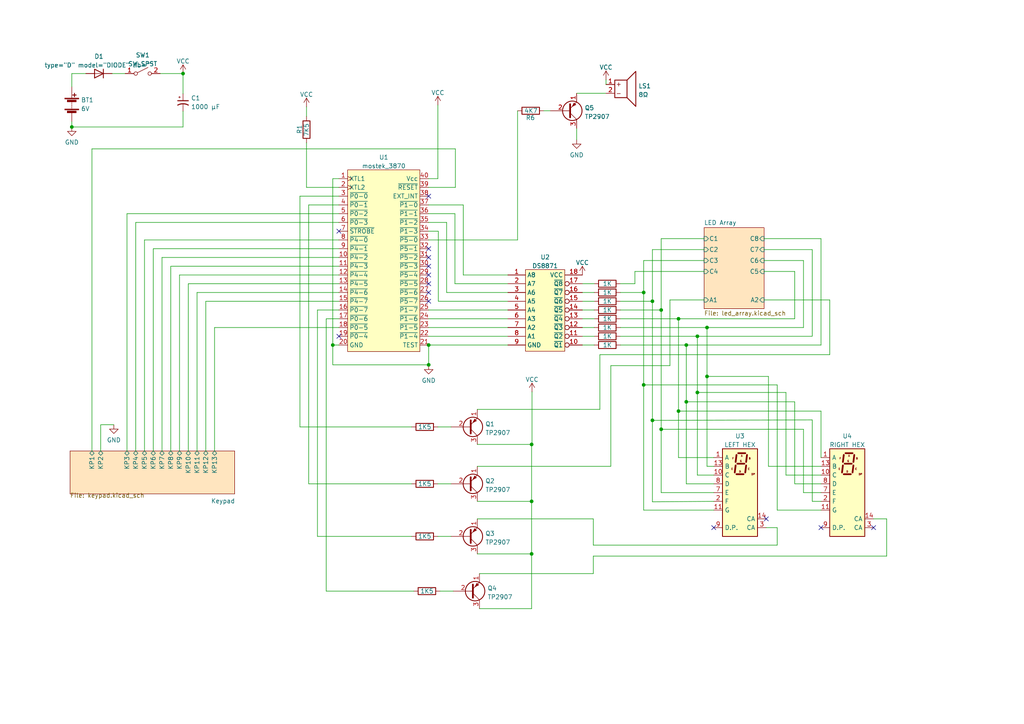
<source format=kicad_sch>
(kicad_sch (version 20211123) (generator eeschema)
  (paper "A4")
  (title_block (title "T.E.A.M.M.A.T.E. Game Computer"))
  (lib_symbols
    (symbol "Device:Battery" (pin_numbers hide) (pin_names (offset 0) hide)
      (property "Reference" "BT" (at 2.54 2.54 0))
      (property "Value" "Battery" (at 2.54 0 0))
      (symbol "Battery_0_1"
        (rectangle (start -2.032 -1.397) (end 2.032 -1.651) (fill (type outline)))
        (rectangle (start -2.032 1.778) (end 2.032 1.524) (fill (type outline)))
        (rectangle (start -1.3208 -1.9812) (end 1.27 -2.4892) (fill (type outline)))
        (rectangle (start -1.3208 1.1938) (end 1.27 0.6858) (fill (type outline)))
        (polyline (pts (xy 0 -1.524) (xy 0 -1.27)))
        (polyline (pts (xy 0 -1.016) (xy 0 -0.762)))
        (polyline (pts (xy 0 -0.508) (xy 0 -0.254)))
        (polyline (pts (xy 0 0) (xy 0 0.254)))
        (polyline (pts (xy 0 0.508) (xy 0 0.762)))
        (polyline (pts (xy 0 1.778) (xy 0 2.54)))
        (polyline (pts (xy 0.254 2.667) (xy 1.27 2.667)) (stroke (width 0.254)))
        (polyline (pts (xy 0.762 3.175) (xy 0.762 2.159)) (stroke (width 0.254)))
      )
      (symbol "Battery_1_1"
        (pin passive line (at 0 5.08 270) (length 2.54) (name "+") (number "1"))
        (pin passive line (at 0 -5.08 90) (length 2.54) (name "-") (number "2"))
      )
    )
    (symbol "Device:C_Polarized_Small_US" (pin_numbers hide) (pin_names (offset 0.254) hide)
      (property "Reference" "C" (at 0.254 1.778 0))
      (property "Value" "C_Polarized_Small_US" (at 0.254 -2.032 0))
      (symbol "C_Polarized_Small_US_0_1"
        (polyline (pts (xy -1.524 0.508) (xy 1.524 0.508)) (stroke (width 0.3048)))
        (polyline (pts (xy -1.27 1.524) (xy -0.762 1.524)))
        (polyline (pts (xy -1.016 1.27) (xy -1.016 1.778)))
        (arc (start 1.524 -0.762) (mid 0 -0.3734) (end -1.524 -0.762) (stroke (width 0.3048)))
      )
      (symbol "C_Polarized_Small_US_1_1"
        (pin passive line (at 0 2.54 270) (length 2.032) (name "~") (number "1"))
        (pin passive line (at 0 -2.54 90) (length 2.032) (name "~") (number "2"))
      )
    )
    (symbol "Device:R" (pin_numbers hide) (pin_names (offset 0))
      (property "Reference" "R" (at 2.032 0 90))
      (property "Value" "R" (at 0 0 90))
      (symbol "R_0_1"
        (rectangle (start -1.016 -2.54) (end 1.016 2.54) (stroke (width 0.254)))
      )
      (symbol "R_1_1"
        (pin passive line (at 0 3.81 270) (length 1.27) (name "~") (number "1"))
        (pin passive line (at 0 -3.81 90) (length 1.27) (name "~") (number "2"))
      )
    )
    (symbol "Device:Speaker" (pin_names (offset 0) hide)
      (property "Reference" "LS?" (at 4.318 -0.4353 0))
      (property "Value" "8Ω" (at 4.318 -2.9722 0))
      (symbol "Speaker_0_0"
        (rectangle (start -2.54 1.27) (end 1.016 -3.81) (stroke (width 0.254)))
        (polyline (pts (xy 1.016 1.27) (xy 3.556 3.81) (xy 3.556 -6.35) (xy 1.016 -3.81)) (stroke (width 0.254)))
        (text "+" (at -1.397 0.127 0) (effects (font (size 1.27 1.27))))
        (text "-" (at -1.397 -2.54 0) (effects (font (size 1.27 1.27))))
      )
      (symbol "Speaker_1_1"
        (pin input line (at -5.08 0 0) (length 2.54) (name "1") (number "1"))
        (pin input line (at -5.08 -2.54 0) (length 2.54) (name "2") (number "2"))
      )
    )
    (symbol "Display_Character:MAN71A" (pin_names (offset 0.635))
      (property "Reference" "U" (at -2.54 13.97 0))
      (property "Value" "MAN71A" (at 3.556 -14.224 0))
      (symbol "MAN71A_0_0"
        (text "A" (at 0.508 10.668 0) (effects (font (size 0.508 0.508))))
        (text "B" (at 2.794 9.906 0) (effects (font (size 0.508 0.508))))
        (text "C" (at 2.54 6.858 0) (effects (font (size 0.508 0.508))))
        (text "D" (at 0 6.096 0) (effects (font (size 0.508 0.508))))
        (text "DP" (at 3.81 5.334 0) (effects (font (size 0.508 0.508))))
        (text "E" (at -2.286 6.858 0) (effects (font (size 0.508 0.508))))
        (text "F" (at -2.032 9.906 0) (effects (font (size 0.508 0.508))))
        (text "G" (at 0.254 9.144 0) (effects (font (size 0.508 0.508))))
      )
      (symbol "MAN71A_0_1"
        (rectangle (start -5.08 12.7) (end 5.08 -12.7) (stroke (width 0.254)) (fill (type background)))
        (polyline (pts (xy -1.27 7.874) (xy -1.524 5.842)) (stroke (width 0.508)))
        (polyline (pts (xy -1.016 5.334) (xy 1.016 5.334)) (stroke (width 0.508)))
        (polyline (pts (xy -1.016 10.922) (xy -1.27 8.89)) (stroke (width 0.508)))
        (polyline (pts (xy -0.762 8.382) (xy 1.27 8.382)) (stroke (width 0.508)))
        (polyline (pts (xy -0.508 11.43) (xy 1.524 11.43)) (stroke (width 0.508)))
        (polyline (pts (xy 1.778 7.874) (xy 1.524 5.842)) (stroke (width 0.508)))
        (polyline (pts (xy 2.032 10.922) (xy 1.778 8.89)) (stroke (width 0.508)))
        (polyline (pts (xy 2.794 5.334) (xy 2.794 5.334)) (stroke (width 0.508)))
      )
      (symbol "MAN71A_1_1"
        (pin input line (at -7.62 10.16 0) (length 2.54) (name "A") (number "1"))
        (pin input line (at -7.62 5.08 0) (length 2.54) (name "C") (number "10"))
        (pin input line (at -7.62 -5.08 0) (length 2.54) (name "G") (number "11"))
        (pin no_connect line (at 7.62 -5.08 180) (length 2.54) hide (name "NC") (number "12"))
        (pin input line (at -7.62 7.62 0) (length 2.54) (name "B") (number "13"))
        (pin input line (at 7.62 -7.62 180) (length 2.54) (name "CA") (number "14"))
        (pin input line (at -7.62 -2.54 0) (length 2.54) (name "F") (number "2"))
        (pin input line (at 7.62 -10.16 180) (length 2.54) (name "CA") (number "3"))
        (pin no_connect line (at 7.62 2.54 180) (length 2.54) hide (name "NC") (number "4"))
        (pin no_connect line (at 7.62 0 180) (length 2.54) hide (name "NC") (number "5"))
        (pin no_connect line (at 7.62 -2.54 180) (length 2.54) hide (name "NC") (number "6"))
        (pin input line (at -7.62 0 0) (length 2.54) (name "E") (number "7"))
        (pin input line (at -7.62 2.54 0) (length 2.54) (name "D") (number "8"))
        (pin input line (at -7.62 -10.16 0) (length 2.54) (name "D.P.") (number "9"))
      )
    )
    (symbol "Simulation_SPICE:DIODE" (pin_numbers hide) (pin_names (offset 1.016) hide)
      (property "Reference" "D" (at 0 2.54 0))
      (property "Value" "DIODE" (at 0 -2.54 0))
      (symbol "DIODE_0_1"
        (polyline (pts (xy 1.27 0) (xy -1.27 0)))
        (polyline (pts (xy 1.27 1.27) (xy 1.27 -1.27)) (stroke (width 0.254)))
        (polyline (pts (xy -1.27 -1.27) (xy -1.27 1.27) (xy 1.27 0) (xy -1.27 -1.27)) (stroke (width 0.254)))
      )
      (symbol "DIODE_1_1"
        (pin passive line (at -3.81 0 0) (length 2.54) (name "A") (number "1"))
        (pin passive line (at 3.81 0 180) (length 2.54) (name "K") (number "2"))
      )
    )
    (symbol "Switch:SW_SPST" (pin_names (offset 0) hide)
      (property "Reference" "SW" (at 0 3.175 0))
      (property "Value" "SW_SPST" (at 0 -2.54 0))
      (symbol "SW_SPST_0_0"
        (circle (center -2.032 0) (radius 0.508))
        (polyline (pts (xy -1.524 0.254) (xy 1.524 1.778)))
        (circle (center 2.032 0) (radius 0.508))
      )
      (symbol "SW_SPST_1_1"
        (pin passive line (at -5.08 0 0) (length 2.54) (name "A") (number "1"))
        (pin passive line (at 5.08 0 180) (length 2.54) (name "B") (number "2"))
      )
    )
    (symbol "Transistor_BJT:2N3906" (pin_names (offset 0) hide)
      (property "Reference" "Q" (at 5.08 1.905 0))
      (property "Value" "2N3906" (at 5.08 0 0))
      (symbol "2N3906_0_1"
        (polyline (pts (xy 0.635 0.635) (xy 2.54 2.54)))
        (polyline (pts (xy 0.635 -0.635) (xy 2.54 -2.54) (xy 2.54 -2.54)))
        (polyline (pts (xy 0.635 1.905) (xy 0.635 -1.905) (xy 0.635 -1.905)) (stroke (width 0.508)))
        (polyline (pts (xy 2.286 -1.778) (xy 1.778 -2.286) (xy 1.27 -1.27) (xy 2.286 -1.778) (xy 2.286 -1.778)) (fill (type outline)))
        (circle (center 1.27 0) (radius 2.8194) (stroke (width 0.254)))
      )
      (symbol "2N3906_1_1"
        (pin passive line (at 2.54 -5.08 90) (length 2.54) (name "E") (number "1"))
        (pin input line (at -5.08 0 0) (length 5.715) (name "B") (number "2"))
        (pin passive line (at 2.54 5.08 270) (length 2.54) (name "C") (number "3"))
      )
    )
    (symbol "ds8871:DS8871"
      (property "Reference" "U" (at 10.668 -23.622 0))
      (property "Value" "DS8871" (at 10.668 -10.16 90))
      (symbol "DS8871_0_0"
        (pin input line (at 0 0 0) (length 5.08) (name "A8") (number "1"))
        (pin output inverted (at 21.59 -20.32 180) (length 5.08) (name "~{Q1}") (number "10"))
        (pin output inverted (at 21.59 -17.78 180) (length 5.08) (name "~{Q2}") (number "11"))
        (pin output inverted (at 21.59 -15.24 180) (length 5.08) (name "~{Q3}") (number "12"))
        (pin output inverted (at 21.59 -12.7 180) (length 5.08) (name "~{Q4}") (number "13"))
        (pin output inverted (at 21.59 -10.16 180) (length 5.08) (name "~{Q5}") (number "14"))
        (pin output inverted (at 21.59 -7.62 180) (length 5.08) (name "~{Q6}") (number "15"))
        (pin output inverted (at 21.59 -5.08 180) (length 5.08) (name "~{Q7}") (number "16"))
        (pin output inverted (at 21.59 -2.54 180) (length 5.08) (name "~{Q8}") (number "17"))
        (pin power_in line (at 21.59 0 180) (length 5.08) (name "VCC") (number "18"))
        (pin input line (at 0 -2.54 0) (length 5.08) (name "A7") (number "2"))
        (pin input line (at 0 -5.08 0) (length 5.08) (name "A6") (number "3"))
        (pin input line (at 0 -7.62 0) (length 5.08) (name "A5") (number "4"))
        (pin input line (at 0 -10.16 0) (length 5.08) (name "A4") (number "5"))
        (pin input line (at 0 -12.7 0) (length 5.08) (name "A3") (number "6"))
        (pin input line (at 0 -15.24 0) (length 5.08) (name "A2") (number "7"))
        (pin input line (at 0 -17.78 0) (length 5.08) (name "A1") (number "8"))
        (pin power_in line (at 0 -20.32 0) (length 5.08) (name "GND") (number "9"))
      )
      (symbol "DS8871_0_1"
        (rectangle (start 5.08 1.524) (end 16.51 -22.098) (stroke (width 0.1524)) (fill (type background)))
      )
    )
    (symbol "mostek_3870:mostek_3870"
      (property "Reference" "U" (at 0 28.575 0))
      (property "Value" "mostek_3870" (at 0 -27.94 0))
      (symbol "mostek_3870_0_0"
        (pin input clock (at -13.335 24.13 0) (length 2.54) (name "XTL1") (number "1"))
        (pin bidirectional line (at -13.335 1.27 0) (length 2.54) (name "~{P4-2}") (number "10"))
        (pin bidirectional line (at -13.335 -1.27 0) (length 2.54) (name "~{P4-3}") (number "11"))
        (pin bidirectional line (at -13.335 -3.81 0) (length 2.54) (name "~{P4-4}") (number "12"))
        (pin bidirectional line (at -13.335 -6.35 0) (length 2.54) (name "~{P4-5}") (number "13"))
        (pin bidirectional line (at -13.335 -8.89 0) (length 2.54) (name "~{P4-6}") (number "14"))
        (pin bidirectional line (at -13.335 -11.43 0) (length 2.54) (name "~{P4-7}") (number "15"))
        (pin bidirectional line (at -13.335 -13.97 0) (length 2.54) (name "~{P0-7}") (number "16"))
        (pin bidirectional line (at -13.335 -16.51 0) (length 2.54) (name "~{P0-6}") (number "17"))
        (pin bidirectional line (at -13.335 -19.05 0) (length 2.54) (name "~{P0-5}") (number "18"))
        (pin bidirectional line (at -13.335 -21.59 0) (length 2.54) (name "~{P0-4}") (number "19"))
        (pin input clock (at -13.335 21.59 0) (length 2.54) (name "XTL2") (number "2"))
        (pin power_in line (at -13.335 -24.13 0) (length 2.54) (name "GND") (number "20"))
        (pin input line (at 12.7 -24.13 180) (length 2.54) (name "TEST") (number "21"))
        (pin bidirectional line (at 12.7 -21.59 180) (length 2.54) (name "~{P1-4}") (number "22"))
        (pin bidirectional line (at 12.7 -19.05 180) (length 2.54) (name "~{P1-5}") (number "23"))
        (pin bidirectional line (at 12.7 -16.51 180) (length 2.54) (name "~{P1-6}") (number "24"))
        (pin bidirectional line (at 12.7 -13.97 180) (length 2.54) (name "~{P1-7}") (number "25"))
        (pin bidirectional line (at 12.7 -11.43 180) (length 2.54) (name "~{P5-7}") (number "26"))
        (pin bidirectional line (at 12.7 -8.89 180) (length 2.54) (name "~{P5-6}") (number "27"))
        (pin bidirectional line (at 12.7 -6.35 180) (length 2.54) (name "~{P5-5}") (number "28"))
        (pin bidirectional line (at 12.7 -3.81 180) (length 2.54) (name "~{P5-4}") (number "29"))
        (pin bidirectional line (at -13.335 19.05 0) (length 2.54) (name "~{P0-0}") (number "3"))
        (pin bidirectional line (at 12.7 -1.27 180) (length 2.54) (name "~{P5-3}") (number "30"))
        (pin bidirectional line (at 12.7 1.27 180) (length 2.54) (name "~{P5-2}") (number "31"))
        (pin bidirectional line (at 12.7 3.81 180) (length 2.54) (name "~{P5-1}") (number "32"))
        (pin bidirectional line (at 12.7 6.35 180) (length 2.54) (name "~{P5-0}") (number "33"))
        (pin bidirectional line (at 12.7 8.89 180) (length 2.54) (name "~{P1-3}") (number "34"))
        (pin bidirectional line (at 12.7 11.43 180) (length 2.54) (name "~{P1-2}") (number "35"))
        (pin bidirectional line (at 12.7 13.97 180) (length 2.54) (name "~{P1-1}") (number "36"))
        (pin bidirectional line (at 12.7 16.51 180) (length 2.54) (name "~{P1-0}") (number "37"))
        (pin input line (at 12.7 19.05 180) (length 2.54) (name "EXT_INT") (number "38"))
        (pin input line (at 12.7 21.59 180) (length 2.54) (name "~{RESET}") (number "39"))
        (pin bidirectional line (at -13.335 16.51 0) (length 2.54) (name "~{P0-1}") (number "4"))
        (pin power_in line (at 12.7 24.13 180) (length 2.54) (name "Vcc") (number "40"))
        (pin bidirectional line (at -13.335 13.97 0) (length 2.54) (name "~{P0-2}") (number "5"))
        (pin bidirectional line (at -13.335 11.43 0) (length 2.54) (name "~{P0-3}") (number "6"))
        (pin input line (at -13.335 8.89 0) (length 2.54) (name "~{STROBE}") (number "7"))
        (pin bidirectional line (at -13.335 6.35 0) (length 2.54) (name "~{P4-0}") (number "8"))
        (pin bidirectional line (at -13.335 3.81 0) (length 2.54) (name "~{P4-1}") (number "9"))
      )
      (symbol "mostek_3870_0_1"
        (rectangle (start -10.795 26.67) (end 10.16 -26.035) (stroke (width 0.1524)) (fill (type background)))
      )
    )
    (symbol "power:GND" (power) (pin_names (offset 0))
      (property "Value" "GND" (at 0 -3.81 0))
      (symbol "GND_0_1"
        (polyline (pts (xy 0 0) (xy 0 -1.27) (xy 1.27 -1.27) (xy 0 -2.54) (xy -1.27 -1.27) (xy 0 -1.27)))
      )
      (symbol "GND_1_1"
        (pin power_in line (at 0 0 270) (length 0) hide (name "GND") (number "1"))
      )
    )
    (symbol "power:VCC" (power) (pin_names (offset 0))
      (property "Value" "VCC" (at 0 3.81 0))
      (symbol "VCC_0_1"
        (polyline (pts (xy -0.762 1.27) (xy 0 2.54)))
        (polyline (pts (xy 0 0) (xy 0 2.54)))
        (polyline (pts (xy 0 2.54) (xy 0.762 1.27)))
      )
      (symbol "VCC_1_1"
        (pin power_in line (at 0 0 90) (length 0) hide (name "VCC") (number "1"))
      )
    )
  )
  (junction (at 186.69 84.836))
  (junction (at 124.333 100.076))
  (junction (at 189.23 121.92))
  (junction (at 20.828 36.83))
  (junction (at 154.1871 128.905))
  (junction (at 191.77 89.916))
  (junction (at 202.2685 113.8349))
  (junction (at 154.1871 145.415))
  (junction (at 154.1871 160.655))
  (junction (at 189.23 87.376))
  (junction (at 196.7948 119.234))
  (junction (at 205.0623 94.996))
  (junction (at 53.086 21.336))
  (junction (at 202.2685 97.536))
  (junction (at 124.333 105.8147))
  (junction (at 196.7948 92.456))
  (junction (at 199.0513 100.076))
  (junction (at 96.52 100.076))
  (junction (at 191.77 124.5023))
  (junction (at 205.0623 109.1785))
  (junction (at 199.0513 116.5441))
  (junction (at 186.69 111.6337))
  (no_connect (at 222.25 150.495))
  (no_connect (at 253.365 153.035))
  (no_connect (at 98.298 97.536))
  (no_connect (at 98.298 67.056))
  (no_connect (at 124.333 72.136))
  (no_connect (at 124.333 74.676))
  (no_connect (at 207.01 153.035))
  (no_connect (at 238.125 153.035))
  (no_connect (at 124.333 87.376))
  (no_connect (at 124.333 84.836))
  (no_connect (at 124.333 82.296))
  (no_connect (at 124.333 56.896))
  (no_connect (at 124.333 77.216))
  (no_connect (at 124.333 79.756))
  (wire (pts (xy 124.333 100.076) (xy 147.32 100.076)))
  (wire (pts (xy 86.995 123.825) (xy 119.38 123.825)))
  (wire (pts (xy 36.83 61.976) (xy 36.83 130.81)))
  (wire (pts (xy 257.175 150.495) (xy 253.365 150.495)))
  (wire (pts (xy 179.959 89.916) (xy 191.77 89.916)))
  (wire (pts (xy 89.535 140.335) (xy 119.38 140.335)))
  (wire (pts (xy 194.31 86.995) (xy 204.216 86.995)))
  (wire (pts (xy 240.665 86.995) (xy 221.615 86.995)))
  (wire (pts (xy 225.425 147.955) (xy 238.125 147.955)))
  (wire (pts (xy 179.959 84.836) (xy 186.69 84.836)))
  (wire (pts (xy 98.298 72.136) (xy 44.45 72.136)))
  (wire (pts (xy 233.045 75.565) (xy 221.615 75.565)))
  (wire (pts (xy 205.0623 94.996) (xy 205.0623 109.1785)))
  (wire (pts (xy 225.425 158.115) (xy 225.425 153.035)))
  (wire (pts (xy 52.07 79.756) (xy 52.07 130.81)))
  (wire (pts (xy 189.23 121.92) (xy 189.865 121.92)))
  (wire (pts (xy 124.333 59.436) (xy 134.366 59.436)))
  (wire (pts (xy 98.298 69.596) (xy 41.91 69.596)))
  (wire (pts (xy 127 155.575) (xy 130.81 155.575)))
  (wire (pts (xy 92.075 89.916) (xy 92.075 155.575)))
  (wire (pts (xy 138.43 145.415) (xy 154.1871 145.415)))
  (wire (pts (xy 98.298 100.076) (xy 96.52 100.076)))
  (wire (pts (xy 167.259 27.051) (xy 175.768 27.051)))
  (wire (pts (xy 98.298 89.916) (xy 92.075 89.916)))
  (wire (pts (xy 150.114 69.596) (xy 150.114 32.131)))
  (wire (pts (xy 191.77 124.5023) (xy 233.045 124.5023)))
  (wire (pts (xy 54.61 82.296) (xy 54.61 130.81)))
  (wire (pts (xy 173.99 102.87) (xy 240.665 102.87)))
  (wire (pts (xy 230.505 140.335) (xy 238.125 140.335)))
  (wire (pts (xy 96.52 100.076) (xy 96.52 51.816)))
  (wire (pts (xy 44.45 72.136) (xy 44.45 130.81)))
  (wire (pts (xy 179.959 82.296) (xy 184.15 82.296)))
  (wire (pts (xy 29.21 130.81) (xy 29.21 123.19)))
  (wire (pts (xy 98.298 61.976) (xy 36.83 61.976)))
  (wire (pts (xy 225.425 111.6337) (xy 225.425 147.955)))
  (wire (pts (xy 98.298 92.456) (xy 94.615 92.456)))
  (wire (pts (xy 29.21 123.19) (xy 33.02 123.19)))
  (wire (pts (xy 179.959 97.536) (xy 202.2685 97.536)))
  (wire (pts (xy 189.23 72.39) (xy 204.216 72.39)))
  (wire (pts (xy 20.828 35.306) (xy 20.828 36.83)))
  (wire (pts (xy 230.505 78.74) (xy 221.615 78.74)))
  (wire (pts (xy 175.768 23.114) (xy 175.768 24.511)))
  (wire (pts (xy 191.77 89.916) (xy 191.77 69.215)))
  (wire (pts (xy 199.0513 100.076) (xy 238.125 100.076)))
  (wire (pts (xy 46.482 21.336) (xy 53.086 21.336)))
  (wire (pts (xy 233.045 94.996) (xy 233.045 75.565)))
  (wire (pts (xy 186.69 84.836) (xy 186.69 111.6337)))
  (wire (pts (xy 189.865 121.92) (xy 235.585 121.7889)))
  (wire (pts (xy 98.298 94.996) (xy 62.23 94.996)))
  (wire (pts (xy 129.54 84.836) (xy 147.32 84.836)))
  (wire (pts (xy 172.085 161.29) (xy 257.175 161.29)))
  (wire (pts (xy 233.045 124.5023) (xy 233.045 142.875)))
  (wire (pts (xy 134.366 59.436) (xy 134.366 79.756)))
  (wire (pts (xy 124.333 94.996) (xy 147.32 94.996)))
  (wire (pts (xy 191.77 142.875) (xy 207.01 142.875)))
  (wire (pts (xy 230.505 116.5441) (xy 230.505 140.335)))
  (wire (pts (xy 41.91 69.596) (xy 41.91 130.81)))
  (wire (pts (xy 124.333 69.596) (xy 150.114 69.596)))
  (wire (pts (xy 138.43 118.745) (xy 173.99 118.745)))
  (wire (pts (xy 202.2685 113.8349) (xy 202.2685 137.795)))
  (wire (pts (xy 199.0513 140.335) (xy 207.01 140.335)))
  (wire (pts (xy 138.43 150.495) (xy 172.085 150.495)))
  (wire (pts (xy 127.127 87.376) (xy 147.32 87.376)))
  (wire (pts (xy 127.127 67.056) (xy 127.127 87.376)))
  (wire (pts (xy 132.08 43.18) (xy 26.67 43.18)))
  (wire (pts (xy 168.91 84.836) (xy 172.339 84.836)))
  (wire (pts (xy 94.615 171.45) (xy 120.015 171.45)))
  (wire (pts (xy 98.298 56.896) (xy 86.995 56.896)))
  (wire (pts (xy 131.953 82.296) (xy 147.32 82.296)))
  (wire (pts (xy 32.512 21.336) (xy 36.322 21.336)))
  (wire (pts (xy 172.085 158.115) (xy 225.425 158.115)))
  (wire (pts (xy 205.0623 135.255) (xy 207.01 135.255)))
  (wire (pts (xy 39.37 64.516) (xy 39.37 130.81)))
  (wire (pts (xy 96.52 51.816) (xy 98.298 51.816)))
  (wire (pts (xy 124.333 100.076) (xy 124.333 105.8147)))
  (wire (pts (xy 205.0623 94.996) (xy 233.045 94.996)))
  (wire (pts (xy 191.77 124.5023) (xy 191.77 142.875)))
  (wire (pts (xy 139.065 166.37) (xy 172.085 166.37)))
  (wire (pts (xy 92.075 155.575) (xy 119.38 155.575)))
  (wire (pts (xy 199.0513 116.5441) (xy 230.505 116.5441)))
  (wire (pts (xy 230.505 92.456) (xy 230.505 78.74)))
  (wire (pts (xy 196.7948 119.234) (xy 196.7948 132.715)))
  (wire (pts (xy 98.298 82.296) (xy 54.61 82.296)))
  (wire (pts (xy 124.333 92.456) (xy 147.32 92.456)))
  (wire (pts (xy 184.15 82.296) (xy 184.15 78.74)))
  (wire (pts (xy 62.23 94.996) (xy 62.23 130.81)))
  (wire (pts (xy 189.23 121.92) (xy 189.23 145.5461)))
  (wire (pts (xy 222.885 135.255) (xy 238.125 135.255)))
  (wire (pts (xy 57.15 84.836) (xy 57.15 130.81)))
  (wire (pts (xy 186.69 75.565) (xy 186.69 84.836)))
  (wire (pts (xy 124.333 61.976) (xy 131.953 61.976)))
  (wire (pts (xy 238.125 69.215) (xy 221.615 69.215)))
  (wire (pts (xy 186.69 111.6337) (xy 186.69 147.955)))
  (wire (pts (xy 191.77 69.215) (xy 204.216 69.215)))
  (wire (pts (xy 98.298 64.516) (xy 39.37 64.516)))
  (wire (pts (xy 227.965 113.8349) (xy 227.965 137.795)))
  (wire (pts (xy 179.959 87.376) (xy 189.23 87.376)))
  (wire (pts (xy 191.77 89.916) (xy 191.77 124.5023)))
  (wire (pts (xy 179.959 92.456) (xy 196.7948 92.456)))
  (wire (pts (xy 240.665 102.87) (xy 240.665 86.995)))
  (wire (pts (xy 46.99 74.676) (xy 46.99 130.81)))
  (wire (pts (xy 26.67 43.18) (xy 26.67 130.81)))
  (wire (pts (xy 138.43 160.655) (xy 154.1871 160.655)))
  (wire (pts (xy 98.298 79.756) (xy 52.07 79.756)))
  (wire (pts (xy 168.91 87.376) (xy 172.339 87.376)))
  (wire (pts (xy 127.635 171.45) (xy 131.445 171.45)))
  (wire (pts (xy 98.298 77.216) (xy 49.53 77.216)))
  (wire (pts (xy 199.0513 100.076) (xy 199.0513 116.5441)))
  (wire (pts (xy 154.1871 128.905) (xy 154.305 128.905)))
  (wire (pts (xy 132.08 54.356) (xy 132.08 43.18)))
  (wire (pts (xy 154.1871 160.655) (xy 154.1871 145.415)))
  (wire (pts (xy 154.1871 145.415) (xy 154.1871 128.905)))
  (wire (pts (xy 179.959 94.996) (xy 205.0623 94.996)))
  (wire (pts (xy 124.333 64.516) (xy 129.54 64.516)))
  (wire (pts (xy 196.7948 92.456) (xy 196.7948 119.234)))
  (wire (pts (xy 196.7948 92.456) (xy 230.505 92.456)))
  (wire (pts (xy 127 51.816) (xy 127 30.48)))
  (wire (pts (xy 127 140.335) (xy 130.81 140.335)))
  (wire (pts (xy 49.53 77.216) (xy 49.53 130.81)))
  (wire (pts (xy 129.54 64.516) (xy 129.54 84.836)))
  (wire (pts (xy 168.91 89.916) (xy 172.339 89.916)))
  (wire (pts (xy 199.0513 116.5441) (xy 199.0513 140.335)))
  (wire (pts (xy 238.125 100.076) (xy 238.125 69.215)))
  (wire (pts (xy 98.298 87.376) (xy 59.69 87.376)))
  (wire (pts (xy 131.953 61.976) (xy 131.953 82.296)))
  (wire (pts (xy 98.298 74.676) (xy 46.99 74.676)))
  (wire (pts (xy 222.885 109.1785) (xy 222.885 135.255)))
  (wire (pts (xy 202.2685 137.795) (xy 207.01 137.795)))
  (wire (pts (xy 238.125 119.234) (xy 238.125 132.715)))
  (wire (pts (xy 168.91 97.536) (xy 172.339 97.536)))
  (wire (pts (xy 186.69 75.565) (xy 204.216 75.565)))
  (wire (pts (xy 124.333 97.536) (xy 147.32 97.536)))
  (wire (pts (xy 98.298 54.356) (xy 88.9 54.356)))
  (wire (pts (xy 96.52 105.8147) (xy 124.333 105.8147)))
  (wire (pts (xy 94.615 92.456) (xy 94.615 171.45)))
  (wire (pts (xy 235.585 145.415) (xy 238.125 145.415)))
  (wire (pts (xy 53.086 36.83) (xy 53.086 32.258)))
  (wire (pts (xy 184.15 78.74) (xy 204.216 78.74)))
  (wire (pts (xy 20.828 21.336) (xy 24.892 21.336)))
  (wire (pts (xy 98.298 59.436) (xy 89.535 59.436)))
  (wire (pts (xy 134.366 79.756) (xy 147.32 79.756)))
  (wire (pts (xy 138.43 135.255) (xy 177.165 135.255)))
  (wire (pts (xy 168.91 94.996) (xy 172.339 94.996)))
  (wire (pts (xy 235.585 72.39) (xy 221.615 72.39)))
  (wire (pts (xy 189.23 87.376) (xy 189.23 121.92)))
  (wire (pts (xy 205.0623 109.1785) (xy 222.885 109.1785)))
  (wire (pts (xy 96.52 100.076) (xy 96.52 105.8147)))
  (wire (pts (xy 139.065 176.53) (xy 154.1871 176.53)))
  (wire (pts (xy 173.99 118.745) (xy 173.99 102.87)))
  (wire (pts (xy 186.69 111.6337) (xy 225.425 111.6337)))
  (wire (pts (xy 20.828 25.146) (xy 20.828 21.336)))
  (wire (pts (xy 194.31 106.045) (xy 194.31 86.995)))
  (wire (pts (xy 53.086 21.336) (xy 53.086 27.178)))
  (wire (pts (xy 168.91 92.456) (xy 172.339 92.456)))
  (wire (pts (xy 196.7948 119.234) (xy 238.125 119.234)))
  (wire (pts (xy 89.535 59.436) (xy 89.535 140.335)))
  (wire (pts (xy 88.9 54.356) (xy 88.9 41.402)))
  (wire (pts (xy 124.333 67.056) (xy 127.127 67.056)))
  (wire (pts (xy 227.965 137.795) (xy 238.125 137.795)))
  (wire (pts (xy 186.69 147.955) (xy 207.01 147.955)))
  (wire (pts (xy 154.1871 176.53) (xy 154.1871 160.655)))
  (wire (pts (xy 168.91 82.296) (xy 172.339 82.296)))
  (wire (pts (xy 189.23 145.5461) (xy 207.01 145.415)))
  (wire (pts (xy 124.333 51.816) (xy 127 51.816)))
  (wire (pts (xy 124.333 54.356) (xy 132.08 54.356)))
  (wire (pts (xy 127 123.825) (xy 130.81 123.825)))
  (wire (pts (xy 168.91 100.076) (xy 172.339 100.076)))
  (wire (pts (xy 20.828 36.83) (xy 53.086 36.83)))
  (wire (pts (xy 202.2685 97.536) (xy 202.2685 113.8349)))
  (wire (pts (xy 202.2685 113.8349) (xy 227.965 113.8349)))
  (wire (pts (xy 154.305 128.905) (xy 154.305 113.665)))
  (wire (pts (xy 167.259 37.211) (xy 167.259 40.513)))
  (wire (pts (xy 235.585 121.7889) (xy 235.585 145.415)))
  (wire (pts (xy 257.175 161.29) (xy 257.175 150.495)))
  (wire (pts (xy 138.43 128.905) (xy 154.1871 128.905)))
  (wire (pts (xy 225.425 153.035) (xy 222.25 153.035)))
  (wire (pts (xy 88.9 30.988) (xy 88.9 33.782)))
  (wire (pts (xy 179.959 100.076) (xy 199.0513 100.076)))
  (wire (pts (xy 202.2685 97.536) (xy 235.585 97.536)))
  (wire (pts (xy 177.165 106.045) (xy 194.31 106.045)))
  (wire (pts (xy 172.085 150.495) (xy 172.085 158.115)))
  (wire (pts (xy 205.0623 109.1785) (xy 205.0623 135.255)))
  (wire (pts (xy 235.585 97.536) (xy 235.585 72.39)))
  (wire (pts (xy 189.23 87.376) (xy 189.23 72.39)))
  (wire (pts (xy 233.045 142.875) (xy 238.125 142.875)))
  (wire (pts (xy 196.7948 132.715) (xy 207.01 132.715)))
  (wire (pts (xy 172.085 166.37) (xy 172.085 161.29)))
  (wire (pts (xy 86.995 56.896) (xy 86.995 123.825)))
  (wire (pts (xy 59.69 87.376) (xy 59.69 130.81)))
  (wire (pts (xy 124.333 105.8147) (xy 124.333 105.918)))
  (wire (pts (xy 124.333 89.916) (xy 147.32 89.916)))
  (wire (pts (xy 98.298 84.836) (xy 57.15 84.836)))
  (wire (pts (xy 177.165 135.255) (xy 177.165 106.045)))
  (wire (pts (xy 157.734 32.131) (xy 159.639 32.131)))
  (symbol (lib_id "Device:C_Polarized_Small_US") (at 53.086 29.718 0) (unit 1)
    (property "Reference" "C1" (at 55.3974 28.4515 0) (effects (justify left)))
    (property "Value" "1000 µF" (at 55.3974 30.9884 0) (effects (justify left)))
  )
  (symbol (lib_id "power:VCC") (at 53.086 21.336 0) (unit 1)
    (property "Reference" "#PWR03" (effects hide))
    (property "Value" "VCC" (at 53.086 17.7602 0))
  )
  (symbol (lib_id "Device:R") (at 123.19 140.335 90) (unit 1)
    (property "Reference" "R3" (effects hide))
    (property "Value" "1K5" (at 123.19 140.335 90))
  )
  (symbol (lib_id "Transistor_BJT:2N3906") (at 136.525 171.45 0) (mirror x) (unit 1)
    (property "Reference" "Q4" (at 141.3764 170.6153 0) (effects (justify left)))
    (property "Value" "TP2907" (at 141.3764 173.1522 0) (effects (justify left)))
    (property "Footprint" "Package_TO_SOT_THT:TO-92_Inline" (effects hide))
  )
  (symbol (lib_id "Device:R") (at 88.9 37.592 0) (unit 1)
    (property "Reference" "R1" (at 86.868 38.862 90) (effects (justify left)))
    (property "Value" "7K5" (at 88.9 39.624 90) (effects (justify left)))
  )
  (symbol (lib_id "Simulation_SPICE:DIODE") (at 28.702 21.336 0) (unit 1)
    (property "Reference" "D1" (at 28.702 16.3662 0))
    (property "Value" "DIODE" (at 28.702 18.9031 0))
    (property "Spice_Netlist_Enabled" "Y" (effects hide))
    (property "Spice_Primitive" "D" (effects hide))
  )
  (symbol (lib_id "Switch:SW_SPST") (at 41.402 21.336 0) (unit 1)
    (property "Reference" "SW1" (at 41.402 15.9852 0))
    (property "Value" "SW_SPST" (at 41.402 18.5221 0))
  )
  (symbol (lib_id "Device:R") (at 123.19 123.825 90) (unit 1)
    (property "Reference" "R2" (effects hide))
    (property "Value" "1K5" (at 123.19 123.825 90))
  )
  (symbol (lib_id "Transistor_BJT:2N3906") (at 164.719 32.131 0) (mirror x) (unit 1)
    (property "Reference" "Q5" (at 169.5704 31.2963 0) (effects (justify left)))
    (property "Value" "TP2907" (at 169.5704 33.8332 0) (effects (justify left)))
    (property "Footprint" "Package_TO_SOT_THT:TO-92_Inline" (effects hide))
  )
  (symbol (lib_id "power:GND") (at 167.259 40.513 0) (unit 1)
    (property "Reference" "#PWR08" (effects hide))
    (property "Value" "GND" (at 167.259 44.9564 0))
  )
  (symbol (lib_id "power:VCC") (at 168.91 79.756 0) (unit 1)
    (property "Reference" "#PWR?" (effects hide))
    (property "Value" "VCC" (at 168.91 76.1802 0))
  )
  (symbol (lib_id "Device:R") (at 176.149 87.376 90) (unit 1)
    (property "Reference" "R9" (effects hide))
    (property "Value" "1K" (at 176.149 87.376 90))
  )
  (symbol (lib_id "Device:R") (at 176.149 92.456 90) (unit 1)
    (property "Reference" "R11" (effects hide))
    (property "Value" "1K" (at 176.149 92.456 90))
  )
  (symbol (lib_id "ds8871:DS8871") (at 147.32 79.756 0) (unit 1)
    (property "Reference" "U2" (at 158.115 74.583 0))
    (property "Value" "DS8871" (at 158.115 77.1199 0))
  )
  (symbol (lib_id "Device:R") (at 123.825 171.45 90) (unit 1)
    (property "Reference" "R5" (effects hide))
    (property "Value" "1K5" (at 123.825 171.45 90))
  )
  (symbol (lib_id "Transistor_BJT:2N3906") (at 135.89 140.335 0) (mirror x) (unit 1)
    (property "Reference" "Q2" (at 140.7414 139.5003 0) (effects (justify left)))
    (property "Value" "TP2907" (at 140.7414 142.0372 0) (effects (justify left)))
    (property "Footprint" "Package_TO_SOT_THT:TO-92_Inline" (effects hide))
  )
  (symbol (lib_id "Device:R") (at 176.149 82.296 90) (unit 1)
    (property "Reference" "R7" (effects hide))
    (property "Value" "1K" (at 176.149 82.296 90))
  )
  (symbol (lib_id "Display_Character:MAN71A") (at 214.63 142.875 0) (unit 1)
    (property "Reference" "U3" (at 214.63 126.4752 0))
    (property "Value" "LEFT HEX" (at 214.63 129.0121 0))
    (property "Footprint" "Display_7Segment:MAN71A" (effects hide))
    (property "Datasheet" "https://www.digchip.com/datasheets/parts/datasheet/161/MAN3640A-pdf.php" (effects hide))
  )
  (symbol (lib_id "Transistor_BJT:2N3906") (at 135.89 123.825 0) (mirror x) (unit 1)
    (property "Reference" "Q1" (at 140.7414 122.9903 0) (effects (justify left)))
    (property "Value" "TP2907" (at 140.7414 125.5272 0) (effects (justify left)))
    (property "Footprint" "Package_TO_SOT_THT:TO-92_Inline" (effects hide))
  )
  (symbol (lib_id "power:VCC") (at 154.305 113.665 0) (unit 1)
    (property "Reference" "#PWR07" (effects hide))
    (property "Value" "VCC" (at 154.305 110.0892 0))
  )
  (symbol (lib_id "power:VCC") (at 88.9 30.988 0) (unit 1)
    (property "Reference" "#PWR04" (effects hide))
    (property "Value" "VCC" (at 88.9 27.4122 0))
  )
  (symbol (lib_id "Display_Character:MAN71A") (at 245.745 142.875 0) (unit 1)
    (property "Reference" "U4" (at 245.745 126.4752 0))
    (property "Value" "RIGHT HEX" (at 245.745 129.0121 0))
    (property "Footprint" "Display_7Segment:MAN71A" (effects hide))
    (property "Datasheet" "https://www.digchip.com/datasheets/parts/datasheet/161/MAN3640A-pdf.php" (effects hide))
  )
  (symbol (lib_id "power:VCC") (at 127 30.48 0) (unit 1)
    (property "Reference" "#PWR06" (effects hide))
    (property "Value" "VCC" (at 127 26.9042 0))
  )
  (symbol (lib_id "Device:R") (at 123.19 155.575 90) (unit 1)
    (property "Reference" "R4" (effects hide))
    (property "Value" "1K5" (at 123.19 155.575 90))
  )
  (symbol (lib_id "Device:R") (at 176.149 84.836 90) (unit 1)
    (property "Reference" "R8" (effects hide))
    (property "Value" "1K" (at 176.149 84.836 90))
  )
  (symbol (lib_id "Device:Battery") (at 20.828 30.226 0) (unit 1)
    (property "Reference" "BT1" (at 23.495 29.0103 0) (effects (justify left)))
    (property "Value" "6V" (at 23.495 31.5472 0) (effects (justify left)))
  )
  (symbol (lib_id "Transistor_BJT:2N3906") (at 135.89 155.575 0) (mirror x) (unit 1)
    (property "Reference" "Q3" (at 140.7414 154.7403 0) (effects (justify left)))
    (property "Value" "TP2907" (at 140.7414 157.2772 0) (effects (justify left)))
    (property "Footprint" "Package_TO_SOT_THT:TO-92_Inline" (effects hide))
  )
  (symbol (lib_id "power:GND") (at 20.828 36.83 0) (unit 1)
    (property "Reference" "#PWR01" (effects hide))
    (property "Value" "GND" (at 20.828 41.2734 0))
  )
  (symbol (lib_id "Device:R") (at 153.924 32.131 90) (unit 1)
    (property "Reference" "R6" (at 155.194 34.163 90) (effects (justify left)))
    (property "Value" "4K7" (at 155.956 32.131 90) (effects (justify left)))
  )
  (symbol (lib_id "Device:Speaker") (at 180.848 24.511 0) (unit 1)
    (property "Reference" "LS1" (at 185.166 24.9463 0) (effects (justify left)))
    (property "Value" "8Ω" (at 185.166 27.4832 0) (effects (justify left)))
  )
  (symbol (lib_id "power:GND") (at 33.02 123.19 0) (unit 1)
    (property "Reference" "#PWR02" (effects hide))
    (property "Value" "GND" (at 33.02 127.6334 0))
  )
  (symbol (lib_id "power:GND") (at 124.333 105.918 0) (unit 1)
    (property "Reference" "#PWR05" (effects hide))
    (property "Value" "GND" (at 124.333 110.3614 0))
  )
  (symbol (lib_id "Device:R") (at 176.149 89.916 90) (unit 1)
    (property "Reference" "R10" (effects hide))
    (property "Value" "1K" (at 176.149 89.916 90))
  )
  (symbol (lib_id "Device:R") (at 176.149 97.536 90) (unit 1)
    (property "Reference" "R13" (effects hide))
    (property "Value" "1K" (at 176.149 97.536 90))
  )
  (symbol (lib_id "Device:R") (at 176.149 100.076 90) (unit 1)
    (property "Reference" "R14" (effects hide))
    (property "Value" "1K" (at 176.149 100.076 90))
  )
  (symbol (lib_id "power:VCC") (at 175.768 23.114 0) (unit 1)
    (property "Reference" "#PWR09" (effects hide))
    (property "Value" "VCC" (at 175.768 19.5382 0))
  )
  (symbol (lib_id "Device:R") (at 176.149 94.996 90) (unit 1)
    (property "Reference" "R12" (effects hide))
    (property "Value" "1K" (at 176.149 94.996 90))
  )
  (symbol (lib_id "mostek_3870:mostek_3870") (at 111.633 75.946 0) (unit 1)
    (property "Reference" "U1" (at 111.3155 45.627 0))
    (property "Value" "mostek_3870" (at 111.3155 48.1639 0))
  )
  (sheet (at 20.32 130.81) (size 47.752 12.446) (stroke (width 0.1524)) (fill (color 255 229 191 1.0000))
    (property "Sheet name" "Keypad" (at 61.214 146.05 0) (effects (justify left bottom)))
    (property "Sheet file" "keypad.kicad_sch" (at 20.32 142.9516 0) (effects (justify left top)))
    (pin "KP5" bidirectional (at 41.91 130.81 90))
    (pin "KP8" bidirectional (at 49.53 130.81 90))
    (pin "KP7" bidirectional (at 46.99 130.81 90))
    (pin "KP6" bidirectional (at 44.45 130.81 90))
    (pin "KP4" bidirectional (at 39.37 130.81 90))
    (pin "KP1" bidirectional (at 26.67 130.81 90))
    (pin "KP2" bidirectional (at 29.21 130.81 90))
    (pin "KP3" bidirectional (at 36.83 130.81 90))
    (pin "KP9" bidirectional (at 52.07 130.81 90))
    (pin "KP10" bidirectional (at 54.61 130.81 90))
    (pin "KP12" bidirectional (at 59.69 130.81 90))
    (pin "KP13" bidirectional (at 62.23 130.81 90))
    (pin "KP11" bidirectional (at 57.15 130.81 90))
  )
  (sheet (at 204.216 66.04) (size 17.399 23.495) (stroke (width 0.1524)) (fill (color 255 229 191 1.0000))
    (property "Sheet name" "LED Array" (at 204.216 65.3284 0) (effects (justify left bottom)))
    (property "Sheet file" "led_array.kicad_sch" (at 204.216 90.1196 0) (effects (justify left top)))
    (pin "C7" input (at 221.615 72.39 0))
    (pin "C5" input (at 221.615 78.74 0))
    (pin "C6" input (at 221.615 75.565 0))
    (pin "A1" input (at 204.216 86.995 180))
    (pin "C1" input (at 204.216 69.215 180))
    (pin "C4" input (at 204.216 78.74 180))
    (pin "C2" input (at 204.216 72.39 180))
    (pin "C3" input (at 204.216 75.565 180))
    (pin "C8" input (at 221.615 69.215 0))
    (pin "A2" input (at 221.615 86.995 0))
  )
)
</source>
